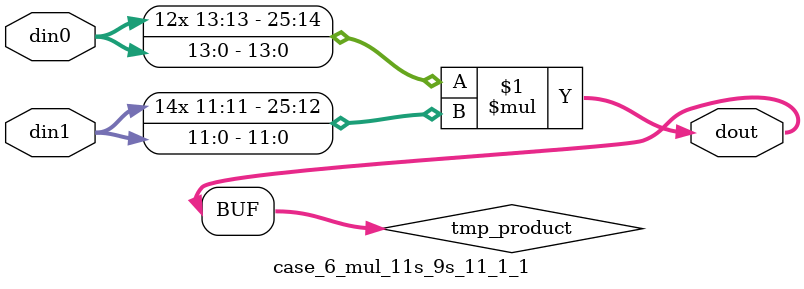
<source format=v>

`timescale 1 ns / 1 ps

 module case_6_mul_11s_9s_11_1_1(din0, din1, dout);
parameter ID = 1;
parameter NUM_STAGE = 0;
parameter din0_WIDTH = 14;
parameter din1_WIDTH = 12;
parameter dout_WIDTH = 26;

input [din0_WIDTH - 1 : 0] din0; 
input [din1_WIDTH - 1 : 0] din1; 
output [dout_WIDTH - 1 : 0] dout;

wire signed [dout_WIDTH - 1 : 0] tmp_product;



























assign tmp_product = $signed(din0) * $signed(din1);








assign dout = tmp_product;





















endmodule

</source>
